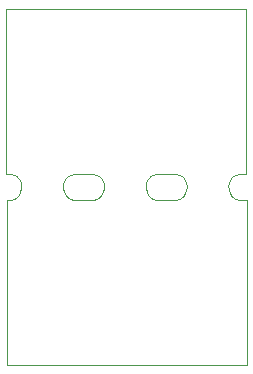
<source format=gko>
%MOIN*%
%OFA0B0*%
%FSLAX36Y36*%
%IPPOS*%
%LPD*%
%ADD10C,0*%
D10*
X000558360Y000549999D02*
X000558360Y000549999D01*
X000504631Y000549999D01*
X000502071Y000550083D01*
X000499521Y000550332D01*
X000496994Y000550747D01*
X000494498Y000551326D01*
X000492046Y000552065D01*
X000489646Y000552963D01*
X000487311Y000554014D01*
X000485048Y000555215D01*
X000482868Y000556561D01*
X000480781Y000558046D01*
X000478794Y000559663D01*
X000476917Y000561406D01*
X000475158Y000563268D01*
X000473522Y000565239D01*
X000472019Y000567314D01*
X000470654Y000569481D01*
X000469432Y000571733D01*
X000468360Y000574059D01*
X000467441Y000576450D01*
X000466680Y000578896D01*
X000464507Y000586770D01*
X000463705Y000590301D01*
X000463231Y000593891D01*
X000463089Y000597509D01*
X000463280Y000601125D01*
X000463802Y000604708D01*
X000464651Y000608228D01*
X000465820Y000611655D01*
X000467299Y000614960D01*
X000469076Y000618115D01*
X000471134Y000621094D01*
X000473458Y000623871D01*
X000476027Y000626422D01*
X000478819Y000628727D01*
X000481812Y000630766D01*
X000484979Y000632521D01*
X000488294Y000633978D01*
X000491729Y000635123D01*
X000495254Y000635949D01*
X000498841Y000636447D01*
X000502458Y000636614D01*
X000560533Y000636614D01*
X000564150Y000636447D01*
X000567737Y000635949D01*
X000571262Y000635123D01*
X000574697Y000633978D01*
X000578012Y000632521D01*
X000581179Y000630766D01*
X000584172Y000628727D01*
X000586964Y000626422D01*
X000589533Y000623871D01*
X000591857Y000621094D01*
X000593916Y000618115D01*
X000595692Y000614960D01*
X000597171Y000611655D01*
X000598340Y000608228D01*
X000599189Y000604708D01*
X000599711Y000601125D01*
X000599902Y000597509D01*
X000599760Y000593891D01*
X000599286Y000590301D01*
X000598484Y000586770D01*
X000596311Y000578896D01*
X000595550Y000576450D01*
X000594631Y000574059D01*
X000593559Y000571733D01*
X000592337Y000569481D01*
X000590972Y000567314D01*
X000589469Y000565239D01*
X000587834Y000563268D01*
X000586074Y000561406D01*
X000584197Y000559663D01*
X000582210Y000558046D01*
X000580123Y000556561D01*
X000577943Y000555215D01*
X000575681Y000554014D01*
X000573345Y000552963D01*
X000570946Y000552065D01*
X000568493Y000551326D01*
X000565998Y000550747D01*
X000563470Y000550332D01*
X000560920Y000550083D01*
X000558360Y000549999D01*
X000284943Y000636614D02*
X000284943Y000636614D01*
X000288560Y000636447D01*
X000292146Y000635949D01*
X000295672Y000635123D01*
X000299107Y000633978D01*
X000302422Y000632521D01*
X000305589Y000630766D01*
X000308581Y000628727D01*
X000311374Y000626422D01*
X000313943Y000623871D01*
X000316266Y000621094D01*
X000318325Y000618115D01*
X000320101Y000614960D01*
X000321580Y000611655D01*
X000322749Y000608228D01*
X000323599Y000604708D01*
X000324121Y000601125D01*
X000324312Y000597509D01*
X000324170Y000593891D01*
X000323696Y000590301D01*
X000322894Y000586770D01*
X000320721Y000578896D01*
X000319959Y000576450D01*
X000319041Y000574059D01*
X000317968Y000571733D01*
X000316747Y000569481D01*
X000315381Y000567314D01*
X000313878Y000565239D01*
X000312243Y000563268D01*
X000310483Y000561406D01*
X000308606Y000559663D01*
X000306620Y000558046D01*
X000304532Y000556561D01*
X000302353Y000555215D01*
X000300090Y000554014D01*
X000297754Y000552963D01*
X000295355Y000552065D01*
X000292902Y000551326D01*
X000290407Y000550747D01*
X000287879Y000550332D01*
X000285330Y000550083D01*
X000282770Y000549999D01*
X000229040Y000549999D01*
X000226480Y000550083D01*
X000223931Y000550332D01*
X000221403Y000550747D01*
X000218908Y000551326D01*
X000216455Y000552065D01*
X000214056Y000552963D01*
X000211720Y000554014D01*
X000209457Y000555215D01*
X000207278Y000556561D01*
X000205190Y000558046D01*
X000203204Y000559663D01*
X000201327Y000561406D01*
X000199567Y000563268D01*
X000197932Y000565239D01*
X000196429Y000567314D01*
X000195063Y000569481D01*
X000193842Y000571733D01*
X000192769Y000574059D01*
X000191851Y000576450D01*
X000191089Y000578896D01*
X000188916Y000586770D01*
X000188114Y000590301D01*
X000187640Y000593891D01*
X000187498Y000597509D01*
X000187689Y000601125D01*
X000188211Y000604708D01*
X000189061Y000608228D01*
X000190230Y000611655D01*
X000191709Y000614960D01*
X000193485Y000618115D01*
X000195544Y000621094D01*
X000197867Y000623871D01*
X000200436Y000626422D01*
X000203229Y000628727D01*
X000206221Y000630766D01*
X000209389Y000632521D01*
X000212704Y000633978D01*
X000216138Y000635123D01*
X000219664Y000635949D01*
X000223250Y000636447D01*
X000226867Y000636614D01*
X000284943Y000636614D01*
X000009352Y000636614D02*
X000009352Y000636614D01*
X000009352Y000636614D01*
X000012969Y000636447D01*
X000016556Y000635949D01*
X000020081Y000635123D01*
X000023516Y000633978D01*
X000026831Y000632521D01*
X000029998Y000630766D01*
X000032991Y000628727D01*
X000035783Y000626422D01*
X000038352Y000623871D01*
X000040676Y000621094D01*
X000042735Y000618115D01*
X000044511Y000614960D01*
X000045990Y000611655D01*
X000047159Y000608228D01*
X000048008Y000604708D01*
X000048530Y000601125D01*
X000048721Y000597509D01*
X000048579Y000593891D01*
X000048105Y000590301D01*
X000047303Y000586770D01*
X000045130Y000578896D01*
X000044369Y000576450D01*
X000043450Y000574059D01*
X000042378Y000571733D01*
X000041156Y000569481D01*
X000039791Y000567314D01*
X000038288Y000565239D01*
X000036653Y000563268D01*
X000034893Y000561406D01*
X000033016Y000559663D01*
X000031029Y000558046D01*
X000028942Y000556561D01*
X000026762Y000555215D01*
X000024499Y000554014D01*
X000022164Y000552963D01*
X000019764Y000552065D01*
X000017312Y000551326D01*
X000014816Y000550747D01*
X000012289Y000550332D01*
X000009739Y000550083D01*
X000007179Y000549999D01*
X000000000Y000549999D01*
X000000000Y000000000D01*
X000799999Y000000000D01*
X000799999Y000549999D01*
X000780222Y000549999D01*
X000777661Y000550083D01*
X000775112Y000550332D01*
X000772584Y000550747D01*
X000770089Y000551326D01*
X000767636Y000552065D01*
X000765237Y000552963D01*
X000762901Y000554014D01*
X000760639Y000555215D01*
X000758459Y000556561D01*
X000756372Y000558046D01*
X000754385Y000559663D01*
X000752508Y000561406D01*
X000750748Y000563268D01*
X000749113Y000565239D01*
X000747610Y000567314D01*
X000746244Y000569481D01*
X000745023Y000571733D01*
X000743951Y000574059D01*
X000743032Y000576450D01*
X000742270Y000578896D01*
X000740097Y000586770D01*
X000739295Y000590301D01*
X000738821Y000593891D01*
X000738679Y000597509D01*
X000738870Y000601125D01*
X000739392Y000604708D01*
X000740242Y000608228D01*
X000741411Y000611655D01*
X000742890Y000614960D01*
X000744666Y000618115D01*
X000746725Y000621094D01*
X000749048Y000623871D01*
X000751617Y000626422D01*
X000754410Y000628727D01*
X000757402Y000630766D01*
X000760570Y000632521D01*
X000763885Y000633978D01*
X000767319Y000635123D01*
X000770845Y000635949D01*
X000774431Y000636447D01*
X000778049Y000636614D01*
X000797637Y000636614D01*
X000797637Y001186614D01*
X-000002362Y001186614D01*
X-000002362Y000636614D01*
X000009352Y000636614D01*
M02*
</source>
